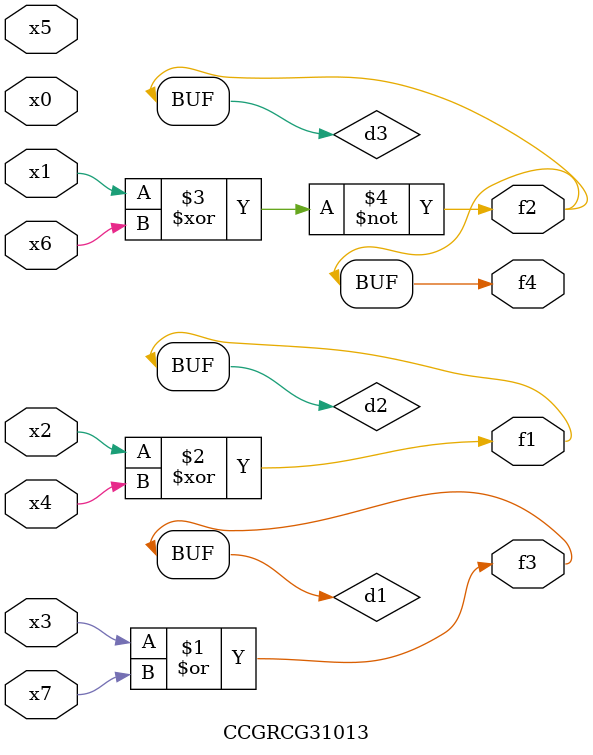
<source format=v>
module CCGRCG31013(
	input x0, x1, x2, x3, x4, x5, x6, x7,
	output f1, f2, f3, f4
);

	wire d1, d2, d3;

	or (d1, x3, x7);
	xor (d2, x2, x4);
	xnor (d3, x1, x6);
	assign f1 = d2;
	assign f2 = d3;
	assign f3 = d1;
	assign f4 = d3;
endmodule

</source>
